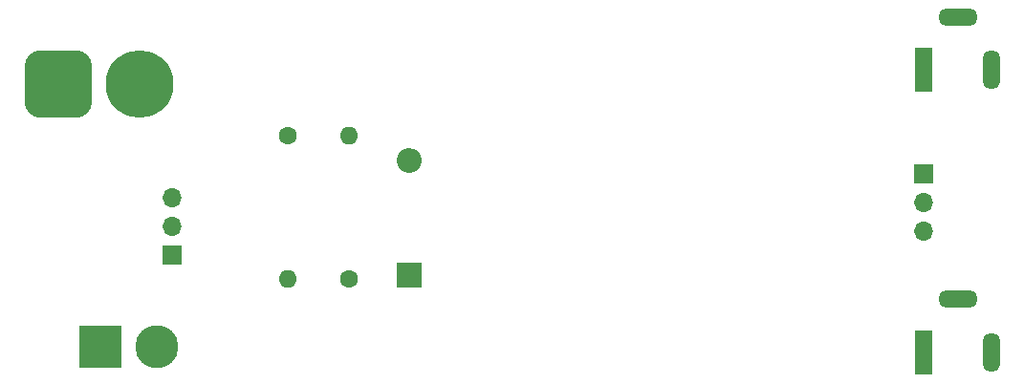
<source format=gbs>
%TF.GenerationSoftware,KiCad,Pcbnew,(6.0.2)*%
%TF.CreationDate,2022-02-24T16:18:32+02:00*%
%TF.ProjectId,PowerPCB,506f7765-7250-4434-922e-6b696361645f,rev?*%
%TF.SameCoordinates,Original*%
%TF.FileFunction,Soldermask,Bot*%
%TF.FilePolarity,Negative*%
%FSLAX46Y46*%
G04 Gerber Fmt 4.6, Leading zero omitted, Abs format (unit mm)*
G04 Created by KiCad (PCBNEW (6.0.2)) date 2022-02-24 16:18:32*
%MOMM*%
%LPD*%
G01*
G04 APERTURE LIST*
G04 Aperture macros list*
%AMRoundRect*
0 Rectangle with rounded corners*
0 $1 Rounding radius*
0 $2 $3 $4 $5 $6 $7 $8 $9 X,Y pos of 4 corners*
0 Add a 4 corners polygon primitive as box body*
4,1,4,$2,$3,$4,$5,$6,$7,$8,$9,$2,$3,0*
0 Add four circle primitives for the rounded corners*
1,1,$1+$1,$2,$3*
1,1,$1+$1,$4,$5*
1,1,$1+$1,$6,$7*
1,1,$1+$1,$8,$9*
0 Add four rect primitives between the rounded corners*
20,1,$1+$1,$2,$3,$4,$5,0*
20,1,$1+$1,$4,$5,$6,$7,0*
20,1,$1+$1,$6,$7,$8,$9,0*
20,1,$1+$1,$8,$9,$2,$3,0*%
G04 Aperture macros list end*
%ADD10RoundRect,1.500000X-1.500000X-1.500000X1.500000X-1.500000X1.500000X1.500000X-1.500000X1.500000X0*%
%ADD11C,6.000000*%
%ADD12O,3.500000X1.500000*%
%ADD13O,1.500000X3.500000*%
%ADD14R,1.500000X4.000000*%
%ADD15R,1.700000X1.700000*%
%ADD16O,1.700000X1.700000*%
%ADD17O,1.600000X1.600000*%
%ADD18C,1.600000*%
%ADD19C,3.800000*%
%ADD20R,3.800000X3.800000*%
%ADD21R,2.200000X2.200000*%
%ADD22O,2.200000X2.200000*%
G04 APERTURE END LIST*
D10*
X100150000Y-67000000D03*
D11*
X107350000Y-67000000D03*
D12*
X179810000Y-61040000D03*
D13*
X182810000Y-65740000D03*
D14*
X176810000Y-65740000D03*
D12*
X179790000Y-86060000D03*
D13*
X182790000Y-90760000D03*
D14*
X176790000Y-90760000D03*
D15*
X176790000Y-74985000D03*
D16*
X176790000Y-77525000D03*
X176790000Y-80065000D03*
X110200000Y-77025000D03*
X110200000Y-79565000D03*
D15*
X110200000Y-82105000D03*
D17*
X120500000Y-84225000D03*
D18*
X120500000Y-71525000D03*
X125910000Y-84225000D03*
D17*
X125910000Y-71525000D03*
D19*
X108900000Y-90250000D03*
D20*
X103900000Y-90250000D03*
D21*
X131250000Y-83925000D03*
D22*
X131250000Y-73765000D03*
M02*

</source>
